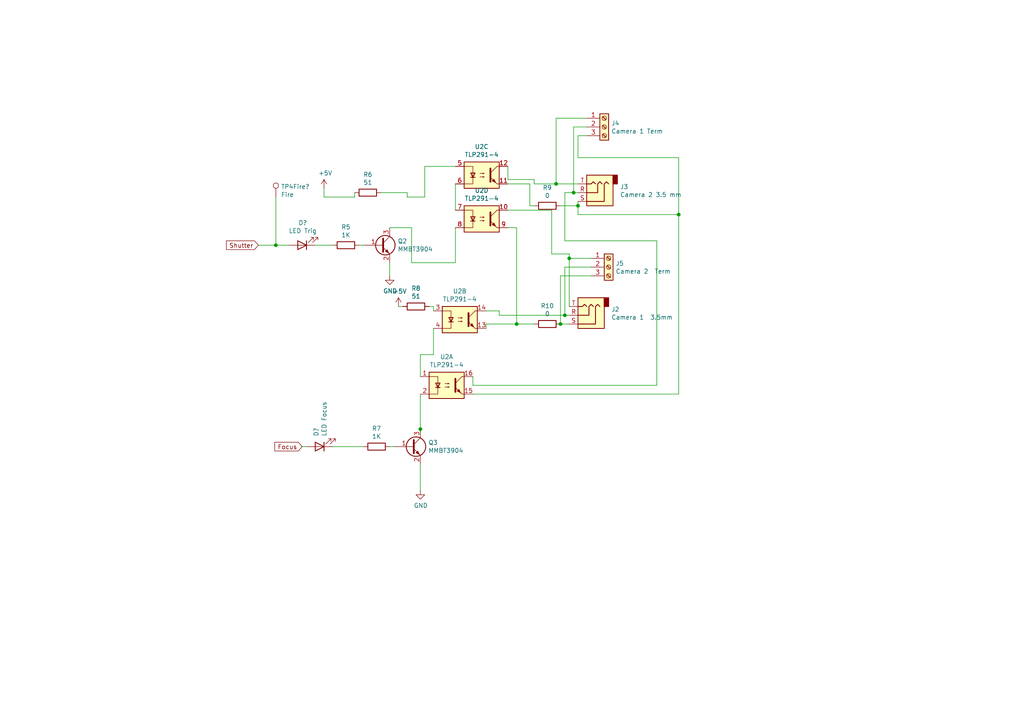
<source format=kicad_sch>
(kicad_sch (version 20230121) (generator eeschema)
  (paper "A4")
  (lib_symbols
    (symbol "CameraTriggerSensorNodeOnly-rescue:AudioJack3-Connector"
      (property "Reference" "J" (at 0 8.89 0))
      (property "Value" "Connector_AudioJack3" (at 0 6.35 0))
      (symbol "AudioJack3-Connector_0_1"
        (rectangle (start -5.08 -5.08) (end -6.35 -2.54) (stroke (width 0.254)) (fill (type outline)))
        (polyline (pts (xy 0 -2.54) (xy 0.635 -3.175) (xy 1.27 -2.54) (xy 2.54 -2.54)) (stroke (width 0.254)))
        (polyline (pts (xy -1.905 -2.54) (xy -1.27 -3.175) (xy -0.635 -2.54) (xy -0.635 0) (xy 2.54 0)) (stroke (width 0.254)))
        (polyline (pts (xy 2.54 2.54) (xy -2.54 2.54) (xy -2.54 -2.54) (xy -3.175 -3.175) (xy -3.81 -2.54)) (stroke (width 0.254)))
        (rectangle (start 2.54 3.81) (end -5.08 -5.08) (stroke (width 0.254)) (fill (type background)))
      )
      (symbol "AudioJack3-Connector_1_1"
        (pin passive line (at 5.08 0 180) (length 2.54) (name "~") (number "R"))
        (pin passive line (at 5.08 2.54 180) (length 2.54) (name "~") (number "S"))
        (pin passive line (at 5.08 -2.54 180) (length 2.54) (name "~") (number "T"))
      )
    )
    (symbol "Connector:Screw_Terminal_01x03" (pin_names (offset 1.016) hide)
      (property "Reference" "J" (at 0 5.08 0))
      (property "Value" "Screw_Terminal_01x03" (at 0 -5.08 0))
      (symbol "Screw_Terminal_01x03_1_1"
        (rectangle (start -1.27 3.81) (end 1.27 -3.81) (stroke (width 0.254)) (fill (type background)))
        (circle (center 0 -2.54) (radius 0.635) (stroke (width 0.1524)))
        (polyline (pts (xy -0.5334 -2.2098) (xy 0.3302 -3.048)) (stroke (width 0.1524)))
        (polyline (pts (xy -0.5334 0.3302) (xy 0.3302 -0.508)) (stroke (width 0.1524)))
        (polyline (pts (xy -0.5334 2.8702) (xy 0.3302 2.032)) (stroke (width 0.1524)))
        (polyline (pts (xy -0.3556 -2.032) (xy 0.508 -2.8702)) (stroke (width 0.1524)))
        (polyline (pts (xy -0.3556 0.508) (xy 0.508 -0.3302)) (stroke (width 0.1524)))
        (polyline (pts (xy -0.3556 3.048) (xy 0.508 2.2098)) (stroke (width 0.1524)))
        (circle (center 0 0) (radius 0.635) (stroke (width 0.1524)))
        (circle (center 0 2.54) (radius 0.635) (stroke (width 0.1524)))
        (pin passive line (at -5.08 2.54 0) (length 3.81) (name "Pin_1") (number "1"))
        (pin passive line (at -5.08 0 0) (length 3.81) (name "Pin_2") (number "2"))
        (pin passive line (at -5.08 -2.54 0) (length 3.81) (name "Pin_3") (number "3"))
      )
    )
    (symbol "Connector:TestPoint" (pin_numbers hide) (pin_names (offset 0.762) hide)
      (property "Reference" "TP" (at 0 6.858 0))
      (property "Value" "TestPoint" (at 0 5.08 0))
      (symbol "TestPoint_0_1"
        (circle (center 0 3.302) (radius 0.762))
      )
      (symbol "TestPoint_1_1"
        (pin passive line (at 0 0 90) (length 2.54) (name "1") (number "1"))
      )
    )
    (symbol "Device:LED" (pin_numbers hide) (pin_names (offset 1.016) hide)
      (property "Reference" "D" (at 0 2.54 0))
      (property "Value" "LED" (at 0 -2.54 0))
      (symbol "LED_0_1"
        (polyline (pts (xy -1.27 -1.27) (xy -1.27 1.27)) (stroke (width 0.254)))
        (polyline (pts (xy -1.27 0) (xy 1.27 0)))
        (polyline (pts (xy 1.27 -1.27) (xy 1.27 1.27) (xy -1.27 0) (xy 1.27 -1.27)) (stroke (width 0.254)))
        (polyline (pts (xy -3.048 -0.762) (xy -4.572 -2.286) (xy -3.81 -2.286) (xy -4.572 -2.286) (xy -4.572 -1.524)))
        (polyline (pts (xy -1.778 -0.762) (xy -3.302 -2.286) (xy -2.54 -2.286) (xy -3.302 -2.286) (xy -3.302 -1.524)))
      )
      (symbol "LED_1_1"
        (pin passive line (at -3.81 0 0) (length 2.54) (name "K") (number "1"))
        (pin passive line (at 3.81 0 180) (length 2.54) (name "A") (number "2"))
      )
    )
    (symbol "Device:R" (pin_numbers hide) (pin_names (offset 0))
      (property "Reference" "R" (at 2.032 0 90))
      (property "Value" "R" (at 0 0 90))
      (symbol "R_0_1"
        (rectangle (start -1.016 -2.54) (end 1.016 2.54) (stroke (width 0.254)))
      )
      (symbol "R_1_1"
        (pin passive line (at 0 3.81 270) (length 1.27) (name "~") (number "1"))
        (pin passive line (at 0 -3.81 90) (length 1.27) (name "~") (number "2"))
      )
    )
    (symbol "Isolator:TLP291-4"
      (property "Reference" "U" (at -5.08 5.08 0))
      (property "Value" "TLP291-4" (at 0 5.08 0))
      (symbol "TLP291-4_0_1"
        (rectangle (start -5.08 3.81) (end 5.08 -3.81) (stroke (width 0.254)) (fill (type background)))
        (polyline (pts (xy -3.175 -0.635) (xy -1.905 -0.635)) (stroke (width 0.254)))
        (polyline (pts (xy 2.54 0.635) (xy 4.445 2.54)))
        (polyline (pts (xy 4.445 -2.54) (xy 2.54 -0.635)) (fill (type outline)))
        (polyline (pts (xy 4.445 -2.54) (xy 5.08 -2.54)))
        (polyline (pts (xy 4.445 2.54) (xy 5.08 2.54)))
        (polyline (pts (xy -5.08 2.54) (xy -2.54 2.54) (xy -2.54 0.635)))
        (polyline (pts (xy -2.54 0.635) (xy -2.54 -2.54) (xy -5.08 -2.54)))
        (polyline (pts (xy 2.54 1.905) (xy 2.54 -1.905) (xy 2.54 -1.905)) (stroke (width 0.508)))
        (polyline (pts (xy -2.54 -0.635) (xy -3.175 0.635) (xy -1.905 0.635) (xy -2.54 -0.635)) (stroke (width 0.254)))
        (polyline (pts (xy -0.508 -0.508) (xy 0.762 -0.508) (xy 0.381 -0.635) (xy 0.381 -0.381) (xy 0.762 -0.508)))
        (polyline (pts (xy -0.508 0.508) (xy 0.762 0.508) (xy 0.381 0.381) (xy 0.381 0.635) (xy 0.762 0.508)))
        (polyline (pts (xy 3.048 -1.651) (xy 3.556 -1.143) (xy 4.064 -2.159) (xy 3.048 -1.651) (xy 3.048 -1.651)) (fill (type outline)))
      )
      (symbol "TLP291-4_1_1"
        (pin passive line (at -7.62 2.54 0) (length 2.54) (name "~") (number "1"))
        (pin passive line (at 7.62 -2.54 180) (length 2.54) (name "~") (number "15"))
        (pin passive line (at 7.62 2.54 180) (length 2.54) (name "~") (number "16"))
        (pin passive line (at -7.62 -2.54 0) (length 2.54) (name "~") (number "2"))
      )
      (symbol "TLP291-4_2_1"
        (pin passive line (at 7.62 -2.54 180) (length 2.54) (name "~") (number "13"))
        (pin passive line (at 7.62 2.54 180) (length 2.54) (name "~") (number "14"))
        (pin passive line (at -7.62 2.54 0) (length 2.54) (name "~") (number "3"))
        (pin passive line (at -7.62 -2.54 0) (length 2.54) (name "~") (number "4"))
      )
      (symbol "TLP291-4_3_1"
        (pin passive line (at 7.62 -2.54 180) (length 2.54) (name "~") (number "11"))
        (pin passive line (at 7.62 2.54 180) (length 2.54) (name "~") (number "12"))
        (pin passive line (at -7.62 2.54 0) (length 2.54) (name "~") (number "5"))
        (pin passive line (at -7.62 -2.54 0) (length 2.54) (name "~") (number "6"))
      )
      (symbol "TLP291-4_4_1"
        (pin passive line (at 7.62 2.54 180) (length 2.54) (name "~") (number "10"))
        (pin passive line (at -7.62 2.54 0) (length 2.54) (name "~") (number "7"))
        (pin passive line (at -7.62 -2.54 0) (length 2.54) (name "~") (number "8"))
        (pin passive line (at 7.62 -2.54 180) (length 2.54) (name "~") (number "9"))
      )
    )
    (symbol "Transistor_BJT:MMBT3904" (pin_names (offset 0) hide)
      (property "Reference" "Q" (at 5.08 1.905 0))
      (property "Value" "MMBT3904" (at 5.08 0 0))
      (symbol "MMBT3904_0_1"
        (polyline (pts (xy 0.635 0.635) (xy 2.54 2.54)))
        (polyline (pts (xy 0.635 -0.635) (xy 2.54 -2.54) (xy 2.54 -2.54)))
        (polyline (pts (xy 0.635 1.905) (xy 0.635 -1.905) (xy 0.635 -1.905)) (stroke (width 0.508)))
        (polyline (pts (xy 1.27 -1.778) (xy 1.778 -1.27) (xy 2.286 -2.286) (xy 1.27 -1.778) (xy 1.27 -1.778)) (fill (type outline)))
        (circle (center 1.27 0) (radius 2.8194) (stroke (width 0.254)))
      )
      (symbol "MMBT3904_1_1"
        (pin input line (at -5.08 0 0) (length 5.715) (name "B") (number "1"))
        (pin passive line (at 2.54 -5.08 90) (length 2.54) (name "E") (number "2"))
        (pin passive line (at 2.54 5.08 270) (length 2.54) (name "C") (number "3"))
      )
    )
    (symbol "power:+5V" (power) (pin_names (offset 0))
      (property "Value" "+5V" (at 0 3.556 0))
      (symbol "+5V_0_1"
        (polyline (pts (xy -0.762 1.27) (xy 0 2.54)))
        (polyline (pts (xy 0 0) (xy 0 2.54)))
        (polyline (pts (xy 0 2.54) (xy 0.762 1.27)))
      )
      (symbol "+5V_1_1"
        (pin power_in line (at 0 0 90) (length 0) hide (name "+5V") (number "1"))
      )
    )
    (symbol "power:GND" (power) (pin_names (offset 0))
      (property "Value" "GND" (at 0 -3.81 0))
      (symbol "GND_0_1"
        (polyline (pts (xy 0 0) (xy 0 -1.27) (xy 1.27 -1.27) (xy 0 -2.54) (xy -1.27 -1.27) (xy 0 -1.27)))
      )
      (symbol "GND_1_1"
        (pin power_in line (at 0 0 270) (length 0) hide (name "GND") (number "1"))
      )
    )
  )
  (junction (at 161.29 53.34))
  (junction (at 149.86 93.98))
  (junction (at 165.1 74.93))
  (junction (at 162.56 93.98))
  (junction (at 163.83 91.44))
  (junction (at 80.01 71.12))
  (junction (at 121.92 124.46))
  (junction (at 166.37 55.88))
  (junction (at 196.85 62.23))
  (junction (at 167.64 59.69))
  (wire (pts (xy 147.32 60.96) (xy 160.02 60.96)))
  (wire (pts (xy 170.18 34.29) (xy 161.29 34.29)))
  (wire (pts (xy 167.64 58.42) (xy 167.64 59.69)))
  (wire (pts (xy 165.1 74.93) (xy 171.45 74.93)))
  (wire (pts (xy 154.94 53.34) (xy 154.94 52.07)))
  (wire (pts (xy 125.73 88.9) (xy 125.73 90.17)))
  (wire (pts (xy 163.83 91.44) (xy 144.78 91.44)))
  (wire (pts (xy 167.64 45.72) (xy 167.64 39.37)))
  (wire (pts (xy 147.32 52.07) (xy 147.32 48.26)))
  (wire (pts (xy 166.37 55.88) (xy 167.64 55.88)))
  (wire (pts (xy 137.16 114.3) (xy 196.85 114.3)))
  (wire (pts (xy 121.92 124.46) (xy 121.92 125.73)))
  (wire (pts (xy 167.64 39.37) (xy 170.18 39.37)))
  (wire (pts (xy 110.49 55.88) (xy 118.11 55.88)))
  (wire (pts (xy 80.01 71.12) (xy 83.82 71.12)))
  (wire (pts (xy 124.46 88.9) (xy 125.73 88.9)))
  (wire (pts (xy 144.78 91.44) (xy 144.78 90.17)))
  (wire (pts (xy 121.92 114.3) (xy 121.92 124.46)))
  (wire (pts (xy 93.98 57.15) (xy 102.87 57.15)))
  (wire (pts (xy 123.19 48.26) (xy 123.19 57.15)))
  (wire (pts (xy 153.67 53.34) (xy 147.32 53.34)))
  (wire (pts (xy 132.08 60.96) (xy 132.08 53.34)))
  (wire (pts (xy 162.56 93.98) (xy 165.1 93.98)))
  (wire (pts (xy 165.1 74.93) (xy 165.1 73.66)))
  (wire (pts (xy 132.08 76.2) (xy 132.08 66.04)))
  (wire (pts (xy 80.01 57.15) (xy 80.01 71.12)))
  (wire (pts (xy 123.19 57.15) (xy 118.11 57.15)))
  (wire (pts (xy 163.83 55.88) (xy 166.37 55.88)))
  (wire (pts (xy 87.63 129.54) (xy 88.9 129.54)))
  (wire (pts (xy 160.02 73.66) (xy 165.1 73.66)))
  (wire (pts (xy 160.02 60.96) (xy 160.02 73.66)))
  (wire (pts (xy 165.1 91.44) (xy 163.83 91.44)))
  (wire (pts (xy 149.86 66.04) (xy 149.86 93.98)))
  (wire (pts (xy 161.29 53.34) (xy 154.94 53.34)))
  (wire (pts (xy 165.1 88.9) (xy 165.1 74.93)))
  (wire (pts (xy 163.83 69.85) (xy 163.83 55.88)))
  (wire (pts (xy 163.83 77.47) (xy 171.45 77.47)))
  (wire (pts (xy 190.5 111.76) (xy 190.5 69.85)))
  (wire (pts (xy 162.56 80.01) (xy 171.45 80.01)))
  (wire (pts (xy 125.73 102.87) (xy 121.92 102.87)))
  (wire (pts (xy 91.44 71.12) (xy 96.52 71.12)))
  (wire (pts (xy 104.14 71.12) (xy 105.41 71.12)))
  (wire (pts (xy 137.16 111.76) (xy 137.16 109.22)))
  (wire (pts (xy 149.86 93.98) (xy 140.97 93.98)))
  (wire (pts (xy 115.57 88.9) (xy 116.84 88.9)))
  (wire (pts (xy 144.78 90.17) (xy 140.97 90.17)))
  (wire (pts (xy 167.64 53.34) (xy 161.29 53.34)))
  (wire (pts (xy 137.16 111.76) (xy 190.5 111.76)))
  (wire (pts (xy 121.92 134.62) (xy 121.92 142.24)))
  (wire (pts (xy 113.03 129.54) (xy 114.3 129.54)))
  (wire (pts (xy 118.11 55.88) (xy 118.11 57.15)))
  (wire (pts (xy 74.93 71.12) (xy 80.01 71.12)))
  (wire (pts (xy 119.38 66.04) (xy 119.38 76.2)))
  (wire (pts (xy 113.03 76.2) (xy 113.03 80.01)))
  (wire (pts (xy 93.98 54.61) (xy 93.98 57.15)))
  (wire (pts (xy 153.67 59.69) (xy 154.94 59.69)))
  (wire (pts (xy 196.85 62.23) (xy 167.64 62.23)))
  (wire (pts (xy 123.19 48.26) (xy 132.08 48.26)))
  (wire (pts (xy 113.03 66.04) (xy 119.38 66.04)))
  (wire (pts (xy 196.85 62.23) (xy 196.85 45.72)))
  (wire (pts (xy 140.97 93.98) (xy 140.97 95.25)))
  (wire (pts (xy 96.52 129.54) (xy 105.41 129.54)))
  (wire (pts (xy 163.83 91.44) (xy 163.83 77.47)))
  (wire (pts (xy 166.37 36.83) (xy 170.18 36.83)))
  (wire (pts (xy 166.37 55.88) (xy 166.37 36.83)))
  (wire (pts (xy 196.85 45.72) (xy 167.64 45.72)))
  (wire (pts (xy 167.64 59.69) (xy 167.64 62.23)))
  (wire (pts (xy 196.85 114.3) (xy 196.85 62.23)))
  (wire (pts (xy 161.29 34.29) (xy 161.29 53.34)))
  (wire (pts (xy 125.73 95.25) (xy 125.73 102.87)))
  (wire (pts (xy 162.56 93.98) (xy 162.56 80.01)))
  (wire (pts (xy 149.86 66.04) (xy 147.32 66.04)))
  (wire (pts (xy 121.92 102.87) (xy 121.92 109.22)))
  (wire (pts (xy 102.87 57.15) (xy 102.87 55.88)))
  (wire (pts (xy 149.86 93.98) (xy 154.94 93.98)))
  (wire (pts (xy 153.67 59.69) (xy 153.67 53.34)))
  (wire (pts (xy 119.38 76.2) (xy 132.08 76.2)))
  (wire (pts (xy 190.5 69.85) (xy 163.83 69.85)))
  (wire (pts (xy 162.56 59.69) (xy 167.64 59.69)))
  (wire (pts (xy 154.94 52.07) (xy 147.32 52.07)))
  (global_label "Shutter" (shape input) (at 74.93 71.12 180) (property "Intersheetrefs" "${INTERSHEET_REFS}" (effects hide)))
  (global_label "Focus" (shape input) (at 87.63 129.54 180) (property "Intersheetrefs" "${INTERSHEET_REFS}" (effects hide)))
  (symbol (lib_id "Device:R") (at 100.33 71.12 270) (unit 1)
    (property "Reference" "R5" (at 100.33 65.8622 90))
    (property "Value" "1K" (at 100.33 68.1736 90))
    (property "Footprint" "Resistor_SMD:R_0603_1608Metric" (effects hide))
    (property "LCSC" "C22843" (effects hide))
    (instances (project "CameraTriggerSensorNodeOnly" (path "" (reference "R5") (unit 1)) (path "" (reference "R?") (unit 1))))
  )
  (symbol (lib_id "Device:R") (at 109.22 129.54 270) (unit 1)
    (property "Reference" "R7" (at 109.22 124.2822 90))
    (property "Value" "1K" (at 109.22 126.5936 90))
    (property "Footprint" "Resistor_SMD:R_0603_1608Metric" (effects hide))
    (property "LCSC" "C22843" (effects hide))
    (instances (project "CameraTriggerSensorNodeOnly" (path "" (reference "R7") (unit 1)) (path "" (reference "R?") (unit 1))))
  )
  (symbol (lib_id "Transistor_BJT:MMBT3904") (at 110.49 71.12 0) (unit 1)
    (property "Reference" "Q2" (at 115.3414 69.9516 0) (effects (justify left)))
    (property "Value" "MMBT3904" (at 115.3414 72.263 0) (effects (justify left)))
    (property "Footprint" "Package_TO_SOT_SMD:SOT-23" (effects hide))
    (property "Datasheet" "https://www.fairchildsemi.com/datasheets/2N/2N3904.pdf" (effects hide))
    (property "LCSC" "C8512" (effects hide))
  )
  (symbol (lib_id "Transistor_BJT:MMBT3904") (at 119.38 129.54 0) (unit 1)
    (property "Reference" "Q3" (at 124.2314 128.3716 0) (effects (justify left)))
    (property "Value" "MMBT3904" (at 124.2314 130.683 0) (effects (justify left)))
    (property "Footprint" "Package_TO_SOT_SMD:SOT-23" (effects hide))
    (property "Datasheet" "https://www.fairchildsemi.com/datasheets/2N/2N3904.pdf" (effects hide))
    (property "LCSC" "C8512" (effects hide))
  )
  (symbol (lib_id "Device:R") (at 158.75 93.98 270) (unit 1)
    (property "Reference" "R10" (at 158.75 88.7222 90))
    (property "Value" "0" (at 158.75 91.0336 90))
    (property "Footprint" "Resistor_SMD:R_0805_2012Metric_Pad1.15x1.40mm_HandSolder" (effects hide))
    (property "LCSC" " C17477 " (effects hide))
  )
  (symbol (lib_id "Device:R") (at 158.75 59.69 270) (unit 1)
    (property "Reference" "R9" (at 158.75 54.4322 90))
    (property "Value" "0" (at 158.75 56.7436 90))
    (property "Footprint" "Resistor_SMD:R_0805_2012Metric_Pad1.15x1.40mm_HandSolder" (effects hide))
    (property "LCSC" " C17477 " (effects hide))
  )
  (symbol (lib_id "CameraTriggerSensorNodeOnly-rescue:AudioJack3-Connector") (at 170.18 91.44 180) (unit 1)
    (property "Reference" "J2" (at 177.292 89.7382 0) (effects (justify right)))
    (property "Value" "Camera 1  3.5mm" (at 177.292 92.0496 0) (effects (justify right)))
    (property "Footprint" "Connector_Audio:Jack_3.5mm_CUI_SJ1-3533NG_Horizontal_CircularHoles" (effects hide))
    (property "Datasheet" "~https://www.mouser.com/datasheet/2/670/sj1-353xng-1313133.pdf" (effects hide))
  )
  (symbol (lib_id "CameraTriggerSensorNodeOnly-rescue:AudioJack3-Connector") (at 172.72 55.88 180) (unit 1)
    (property "Reference" "J3" (at 179.832 54.1782 0) (effects (justify right)))
    (property "Value" "Camera 2 3.5 mm" (at 179.832 56.4896 0) (effects (justify right)))
    (property "Footprint" "Connector_Audio:Jack_3.5mm_CUI_SJ1-3533NG_Horizontal_CircularHoles" (effects hide))
  )
  (symbol (lib_id "power:GND") (at 121.92 142.24 0) (unit 1)
    (property "Reference" "#PWR026" (effects hide))
    (property "Value" "GND" (at 122.047 146.6342 0))
  )
  (symbol (lib_id "power:+5V") (at 115.57 88.9 0) (unit 1)
    (property "Reference" "#PWR025" (effects hide))
    (property "Value" "+5V" (at 115.951 84.5058 0))
  )
  (symbol (lib_id "power:GND") (at 113.03 80.01 0) (unit 1)
    (property "Reference" "#PWR024" (effects hide))
    (property "Value" "GND" (at 113.157 84.4042 0))
  )
  (symbol (lib_id "Device:R") (at 120.65 88.9 270) (unit 1)
    (property "Reference" "R8" (at 120.65 83.6422 90))
    (property "Value" "51" (at 120.65 85.9536 90))
    (property "Footprint" "Resistor_SMD:R_0603_1608Metric" (effects hide))
    (property "LCSC" " C880145 " (effects hide))
  )
  (symbol (lib_id "Device:R") (at 106.68 55.88 270) (unit 1)
    (property "Reference" "R6" (at 106.68 50.6222 90))
    (property "Value" "51" (at 106.68 52.9336 90))
    (property "Footprint" "Resistor_SMD:R_0603_1608Metric" (effects hide))
    (property "LCSC" " C880145 " (effects hide))
  )
  (symbol (lib_id "Device:LED") (at 92.71 129.54 180) (unit 1)
    (property "Reference" "D?" (at 91.7194 126.5682 90) (effects (justify right)))
    (property "Value" "LED Focus" (at 94.0308 126.5682 90) (effects (justify right)))
    (property "Footprint" "LED_SMD:LED_0805_2012Metric_Pad1.15x1.40mm_HandSolder" (effects hide))
    (instances (project "CameraTriggerSensorNodeOnly" (path "" (reference "D?") (unit 1)) (path "" (reference "D5") (unit 1))))
  )
  (symbol (lib_id "Device:LED") (at 87.63 71.12 180) (unit 1)
    (property "Reference" "D?" (at 87.8078 64.643 0))
    (property "Value" "LED Trig" (at 87.8078 66.9544 0))
    (property "Footprint" "LED_SMD:LED_0805_2012Metric_Castellated" (effects hide))
    (instances (project "CameraTriggerSensorNodeOnly" (path "" (reference "D?") (unit 1)) (path "" (reference "D4") (unit 1))))
  )
  (symbol (lib_id "power:+5V") (at 93.98 54.61 0) (unit 1)
    (property "Reference" "#PWR?" (effects hide))
    (property "Value" "+5V" (at 94.361 50.2158 0))
    (instances (project "CameraTriggerSensorNodeOnly" (path "" (reference "#PWR?") (unit 1)) (path "" (reference "#PWR023") (unit 1))))
  )
  (symbol (lib_id "Connector:TestPoint") (at 80.01 57.15 0) (unit 1)
    (property "Reference" "TP4Fire?" (at 81.4832 54.1528 0) (effects (justify left)))
    (property "Value" "Fire" (at 81.4832 56.4642 0) (effects (justify left)))
    (property "Footprint" "TestPoint:TestPoint_Keystone_5010-5014_Multipurpose" (effects hide))
    (instances (project "CameraTriggerSensorNodeOnly" (path "" (reference "TP4Fire?") (unit 1)) (path "" (reference "TP4Fire1") (unit 1))))
  )
  (symbol (lib_id "Connector:Screw_Terminal_01x03") (at 175.26 36.83 0) (unit 1)
    (property "Reference" "J4" (at 177.292 35.7632 0) (effects (justify left)))
    (property "Value" "Camera 1 Term" (at 177.292 38.0746 0) (effects (justify left)))
    (property "Footprint" "TerminalBlock_TE-Connectivity:TerminalBlock_TE_282834-3_1x03_P2.54mm_Horizontal" (effects hide))
  )
  (symbol (lib_id "Connector:Screw_Terminal_01x03") (at 176.53 77.47 0) (unit 1)
    (property "Reference" "J5" (at 178.562 76.4032 0) (effects (justify left)))
    (property "Value" "Camera 2  Term" (at 178.562 78.7146 0) (effects (justify left)))
    (property "Footprint" "TerminalBlock_TE-Connectivity:TerminalBlock_TE_282834-3_1x03_P2.54mm_Horizontal" (effects hide))
  )
  (symbol (lib_id "Isolator:TLP291-4") (at 139.7 50.8 0) (unit 3)
    (property "Reference" "U2" (at 139.7 42.545 0))
    (property "Value" "TLP291-4" (at 139.7 44.8564 0))
    (property "Footprint" "Package_SO:SOIC-16_4.55x10.3mm_P1.27mm" (effects hide))
    (property "Datasheet" "https://toshiba.semicon-storage.com/info/docget.jsp?did=12858&prodName=TLP291-4" (effects hide))
    (property "LCSC" " C60900" (effects hide))
  )
  (symbol (lib_id "Isolator:TLP291-4") (at 139.7 63.5 0) (unit 4)
    (property "Reference" "U2" (at 139.7 55.245 0))
    (property "Value" "TLP291-4" (at 139.7 57.5564 0))
    (property "Footprint" "Package_SO:SOIC-16_4.55x10.3mm_P1.27mm" (effects hide))
    (property "Datasheet" "https://toshiba.semicon-storage.com/info/docget.jsp?did=12858&prodName=TLP291-4" (effects hide))
  )
  (symbol (lib_id "Isolator:TLP291-4") (at 133.35 92.71 0) (unit 2)
    (property "Reference" "U2" (at 133.35 84.455 0))
    (property "Value" "TLP291-4" (at 133.35 86.7664 0))
    (property "Footprint" "Package_SO:SOIC-16_4.55x10.3mm_P1.27mm" (effects hide))
    (property "Datasheet" "https://toshiba.semicon-storage.com/info/docget.jsp?did=12858&prodName=TLP291-4" (effects hide))
  )
  (symbol (lib_id "Isolator:TLP291-4") (at 129.54 111.76 0) (unit 1)
    (property "Reference" "U2" (at 129.54 103.505 0))
    (property "Value" "TLP291-4" (at 129.54 105.8164 0))
    (property "Footprint" "Package_SO:SOIC-16_4.55x10.3mm_P1.27mm" (effects hide))
    (property "Datasheet" "https://toshiba.semicon-storage.com/info/docget.jsp?did=12858&prodName=TLP291-4" (effects hide))
  )
)
</source>
